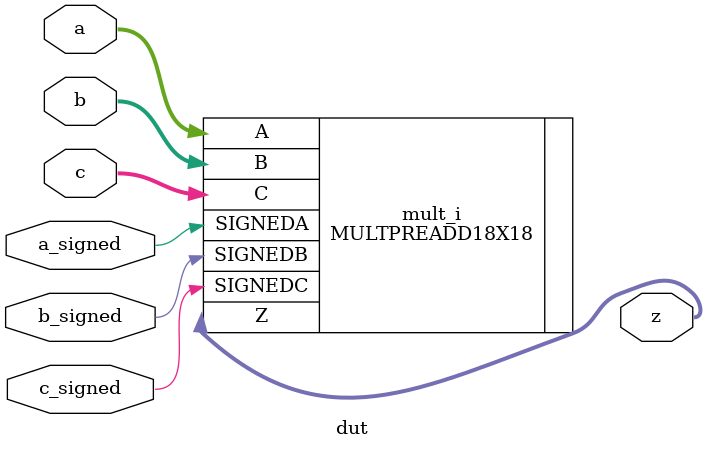
<source format=v>
module dut(
	input a_signed, b_signed, c_signed,
	input [17:0] a, b, c,
	output [35:0] z
);

	MULTPREADD18X18 #(
		.REGINPUTA("BYPASS"),
		.REGINPUTB("BYPASS"),
		.REGINPUTC("BYPASS"),
		.REGOUTPUT("BYPASS"),
		.GSR("DISABLED")
	) mult_i (
		.A(a),
		.B(b),
		.C(c),
		.SIGNEDA(a_signed),
		.SIGNEDB(b_signed),
		.SIGNEDC(c_signed),
		.Z(z)
	);

endmodule

</source>
